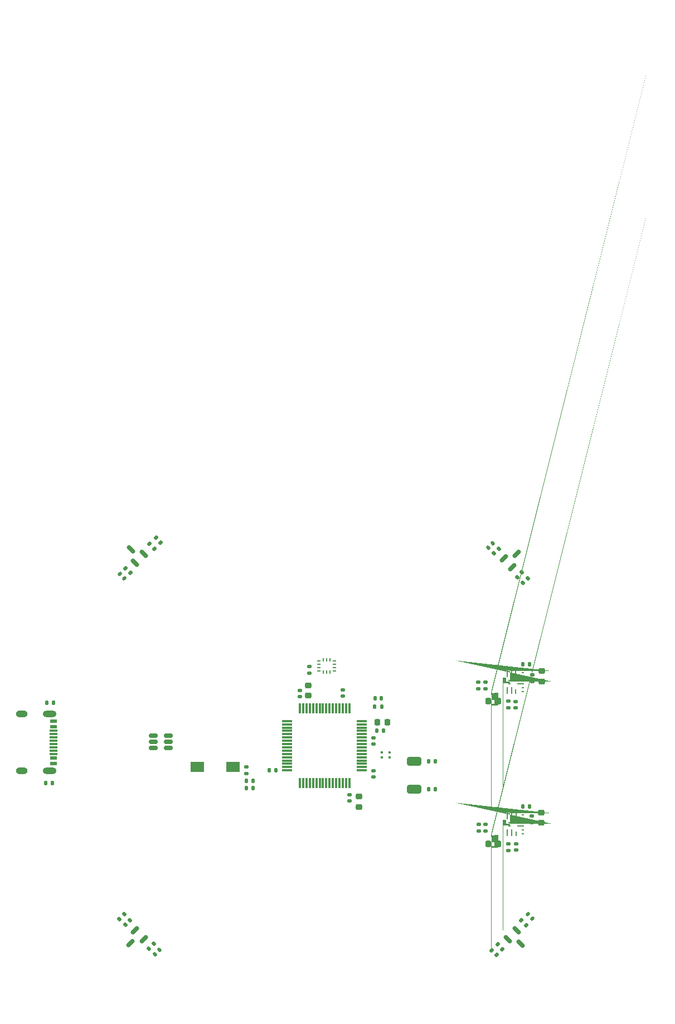
<source format=gbr>
%TF.GenerationSoftware,KiCad,Pcbnew,7.0.5-0*%
%TF.CreationDate,2025-05-09T23:22:14+02:00*%
%TF.ProjectId,ghost-feather-v1,67686f73-742d-4666-9561-746865722d76,rev?*%
%TF.SameCoordinates,PX519d8e0PY8b6d5c0*%
%TF.FileFunction,Paste,Top*%
%TF.FilePolarity,Positive*%
%FSLAX46Y46*%
G04 Gerber Fmt 4.6, Leading zero omitted, Abs format (unit mm)*
G04 Created by KiCad (PCBNEW 7.0.5-0) date 2025-05-09 23:22:14*
%MOMM*%
%LPD*%
G01*
G04 APERTURE LIST*
G04 Aperture macros list*
%AMRoundRect*
0 Rectangle with rounded corners*
0 $1 Rounding radius*
0 $2 $3 $4 $5 $6 $7 $8 $9 X,Y pos of 4 corners*
0 Add a 4 corners polygon primitive as box body*
4,1,4,$2,$3,$4,$5,$6,$7,$8,$9,$2,$3,0*
0 Add four circle primitives for the rounded corners*
1,1,$1+$1,$2,$3*
1,1,$1+$1,$4,$5*
1,1,$1+$1,$6,$7*
1,1,$1+$1,$8,$9*
0 Add four rect primitives between the rounded corners*
20,1,$1+$1,$2,$3,$4,$5,0*
20,1,$1+$1,$4,$5,$6,$7,0*
20,1,$1+$1,$6,$7,$8,$9,0*
20,1,$1+$1,$8,$9,$2,$3,0*%
%AMOutline5P*
0 Free polygon, 5 corners , with rotation*
0 The origin of the aperture is its center*
0 number of corners: always 5*
0 $1 to $10 corner X, Y*
0 $11 Rotation angle, in degrees counterclockwise*
0 create outline with 5 corners*
4,1,5,$1,$2,$3,$4,$5,$6,$7,$8,$9,$10,$1,$2,$11*%
%AMOutline6P*
0 Free polygon, 6 corners , with rotation*
0 The origin of the aperture is its center*
0 number of corners: always 6*
0 $1 to $12 corner X, Y*
0 $13 Rotation angle, in degrees counterclockwise*
0 create outline with 6 corners*
4,1,6,$1,$2,$3,$4,$5,$6,$7,$8,$9,$10,$11,$12,$1,$2,$13*%
%AMOutline7P*
0 Free polygon, 7 corners , with rotation*
0 The origin of the aperture is its center*
0 number of corners: always 7*
0 $1 to $14 corner X, Y*
0 $15 Rotation angle, in degrees counterclockwise*
0 create outline with 7 corners*
4,1,7,$1,$2,$3,$4,$5,$6,$7,$8,$9,$10,$11,$12,$13,$14,$1,$2,$15*%
%AMOutline8P*
0 Free polygon, 8 corners , with rotation*
0 The origin of the aperture is its center*
0 number of corners: always 8*
0 $1 to $16 corner X, Y*
0 $17 Rotation angle, in degrees counterclockwise*
0 create outline with 8 corners*
4,1,8,$1,$2,$3,$4,$5,$6,$7,$8,$9,$10,$11,$12,$13,$14,$15,$16,$1,$2,$17*%
%AMFreePoly0*
4,1,18,-0.400000,0.075000,-0.396194,0.094134,-0.385355,0.110355,-0.369134,0.121194,-0.350000,0.125000,0.287500,0.125000,0.400000,0.012500,0.400000,-0.075000,0.396194,-0.094134,0.385355,-0.110355,0.369134,-0.121194,0.350000,-0.125000,-0.350000,-0.125000,-0.369134,-0.121194,-0.385355,-0.110355,-0.396194,-0.094134,-0.400000,-0.075000,-0.400000,0.075000,-0.400000,0.075000,$1*%
%AMFreePoly1*
4,1,93,0.915063,0.095106,0.930902,0.095106,0.943715,0.085796,0.958779,0.080902,0.968088,0.068088,0.980902,0.058779,0.985796,0.043715,0.995106,0.030902,0.995106,0.015062,1.000000,0.000000,1.000000,-1.750000,0.995106,-1.765062,0.995106,-1.780902,0.985796,-1.793715,0.980902,-1.808779,0.968088,-1.818088,0.958779,-1.830902,0.943715,-1.835796,0.930902,-1.845106,0.915063,-1.845106,
0.900000,-1.850000,0.000000,-1.850000,-0.015063,-1.845106,-0.030902,-1.845106,-0.043715,-1.835796,-0.058779,-1.830902,-0.068088,-1.818088,-0.080902,-1.808779,-0.085796,-1.793715,-0.095106,-1.780902,-0.095106,-1.765062,-0.100000,-1.750000,-0.100000,-1.700000,-0.095106,-1.684937,-0.095106,-1.669098,-0.085796,-1.656284,-0.080902,-1.641221,-0.068088,-1.631911,-0.058779,-1.619098,-0.043715,-1.614203,
-0.030902,-1.604894,-0.015063,-1.604894,0.000000,-1.600000,0.400000,-1.600000,0.400000,-1.000000,0.000000,-1.000000,-0.015063,-0.995106,-0.030902,-0.995106,-0.043715,-0.985796,-0.058779,-0.980902,-0.068088,-0.968088,-0.080902,-0.958779,-0.085796,-0.943715,-0.095106,-0.930902,-0.095106,-0.915062,-0.100000,-0.900000,-0.100000,-0.850000,-0.095106,-0.834937,-0.095106,-0.819098,-0.085796,-0.806284,
-0.080902,-0.791221,-0.068088,-0.781911,-0.058779,-0.769098,-0.043715,-0.764203,-0.030902,-0.754894,-0.015063,-0.754894,0.000000,-0.750000,0.400000,-0.750000,0.400000,-0.150000,0.000000,-0.150000,-0.015063,-0.145106,-0.030902,-0.145106,-0.043715,-0.135796,-0.058779,-0.130902,-0.068088,-0.118088,-0.080902,-0.108779,-0.085796,-0.093715,-0.095106,-0.080902,-0.095106,-0.065062,-0.100000,-0.050000,
-0.100000,0.000000,-0.095106,0.015062,-0.095106,0.030902,-0.085796,0.043715,-0.080902,0.058779,-0.068088,0.068088,-0.058779,0.080902,-0.043715,0.085796,-0.030902,0.095106,-0.015063,0.095106,0.000000,0.100000,0.900000,0.100000,0.915063,0.095106,0.915063,0.095106,$1*%
G04 Aperture macros list end*
%ADD10RoundRect,0.135000X0.226274X0.035355X0.035355X0.226274X-0.226274X-0.035355X-0.035355X-0.226274X0*%
%ADD11RoundRect,0.135000X0.185000X-0.135000X0.185000X0.135000X-0.185000X0.135000X-0.185000X-0.135000X0*%
%ADD12RoundRect,0.135000X-0.226274X-0.035355X-0.035355X-0.226274X0.226274X0.035355X0.035355X0.226274X0*%
%ADD13RoundRect,0.135000X-0.185000X0.135000X-0.185000X-0.135000X0.185000X-0.135000X0.185000X0.135000X0*%
%ADD14RoundRect,0.135000X-0.035355X0.226274X-0.226274X0.035355X0.035355X-0.226274X0.226274X-0.035355X0*%
%ADD15RoundRect,0.147500X-0.172500X0.147500X-0.172500X-0.147500X0.172500X-0.147500X0.172500X0.147500X0*%
%ADD16RoundRect,0.140000X-0.170000X0.140000X-0.170000X-0.140000X0.170000X-0.140000X0.170000X0.140000X0*%
%ADD17FreePoly0,270.000000*%
%ADD18RoundRect,0.062500X-0.062500X0.487500X-0.062500X-0.487500X0.062500X-0.487500X0.062500X0.487500X0*%
%ADD19FreePoly1,270.000000*%
%ADD20FreePoly1,90.000000*%
%ADD21RoundRect,0.062500X-0.062500X0.287500X-0.062500X-0.287500X0.062500X-0.287500X0.062500X0.287500X0*%
%ADD22RoundRect,0.062500X-0.137500X0.062500X-0.137500X-0.062500X0.137500X-0.062500X0.137500X0.062500X0*%
%ADD23RoundRect,0.062500X-0.487500X0.062500X-0.487500X-0.062500X0.487500X-0.062500X0.487500X0.062500X0*%
%ADD24RoundRect,0.225000X0.250000X-0.225000X0.250000X0.225000X-0.250000X0.225000X-0.250000X-0.225000X0*%
%ADD25RoundRect,0.135000X0.135000X0.185000X-0.135000X0.185000X-0.135000X-0.185000X0.135000X-0.185000X0*%
%ADD26RoundRect,0.135000X0.035355X-0.226274X0.226274X-0.035355X-0.035355X0.226274X-0.226274X0.035355X0*%
%ADD27RoundRect,0.150000X0.521491X-0.309359X-0.309359X0.521491X-0.521491X0.309359X0.309359X-0.521491X0*%
%ADD28RoundRect,0.135000X-0.135000X-0.185000X0.135000X-0.185000X0.135000X0.185000X-0.135000X0.185000X0*%
%ADD29RoundRect,0.140000X0.140000X0.170000X-0.140000X0.170000X-0.140000X-0.170000X0.140000X-0.170000X0*%
%ADD30RoundRect,0.140000X-0.140000X-0.170000X0.140000X-0.170000X0.140000X0.170000X-0.140000X0.170000X0*%
%ADD31RoundRect,0.075000X0.700000X0.075000X-0.700000X0.075000X-0.700000X-0.075000X0.700000X-0.075000X0*%
%ADD32RoundRect,0.075000X0.075000X0.700000X-0.075000X0.700000X-0.075000X-0.700000X0.075000X-0.700000X0*%
%ADD33RoundRect,0.225000X-0.250000X0.225000X-0.250000X-0.225000X0.250000X-0.225000X0.250000X0.225000X0*%
%ADD34RoundRect,0.140000X0.170000X-0.140000X0.170000X0.140000X-0.170000X0.140000X-0.170000X-0.140000X0*%
%ADD35RoundRect,0.150000X-0.512500X-0.150000X0.512500X-0.150000X0.512500X0.150000X-0.512500X0.150000X0*%
%ADD36RoundRect,0.140000X0.021213X-0.219203X0.219203X-0.021213X-0.021213X0.219203X-0.219203X0.021213X0*%
%ADD37RoundRect,0.147500X-0.147500X-0.172500X0.147500X-0.172500X0.147500X0.172500X-0.147500X0.172500X0*%
%ADD38R,2.000000X1.600000*%
%ADD39RoundRect,0.150000X0.309359X0.521491X-0.521491X-0.309359X-0.309359X-0.521491X0.521491X0.309359X0*%
%ADD40RoundRect,0.225000X-0.225000X-0.250000X0.225000X-0.250000X0.225000X0.250000X-0.225000X0.250000X0*%
%ADD41RoundRect,0.225000X0.225000X0.250000X-0.225000X0.250000X-0.225000X-0.250000X0.225000X-0.250000X0*%
%ADD42RoundRect,0.140000X0.219203X0.021213X0.021213X0.219203X-0.219203X-0.021213X-0.021213X-0.219203X0*%
%ADD43R,0.482600X0.254000*%
%ADD44R,0.254000X0.482600*%
%ADD45RoundRect,0.140000X-0.021213X0.219203X-0.219203X0.021213X0.021213X-0.219203X0.219203X-0.021213X0*%
%ADD46RoundRect,0.150000X-0.309359X-0.521491X0.521491X0.309359X0.309359X0.521491X-0.521491X-0.309359X0*%
%ADD47RoundRect,0.325000X-0.775000X0.325000X-0.775000X-0.325000X0.775000X-0.325000X0.775000X0.325000X0*%
%ADD48Outline5P,-0.187500X0.175000X0.065000X0.175000X0.187500X0.052500X0.187500X-0.175000X-0.187500X-0.175000X0.000000*%
%ADD49R,0.300000X0.350000*%
%ADD50R,1.050000X0.600000*%
%ADD51R,1.150000X0.300000*%
%ADD52O,2.100000X1.000000*%
%ADD53O,1.800000X1.000000*%
%ADD54RoundRect,0.150000X-0.521491X0.309359X0.309359X-0.521491X0.521491X-0.309359X-0.309359X0.521491X0*%
%ADD55RoundRect,0.140000X-0.219203X-0.021213X-0.021213X-0.219203X0.219203X0.021213X0.021213X0.219203X0*%
G04 APERTURE END LIST*
D10*
%TO.C,R6*%
X32005754Y85149971D03*
X31284506Y85871219D03*
%TD*%
D11*
%TO.C,R21*%
X81350000Y62930000D03*
X81350000Y63950000D03*
%TD*%
D12*
%TO.C,R10*%
X83209376Y24160624D03*
X83930624Y23439376D03*
%TD*%
D13*
%TO.C,R27*%
X80315000Y42360000D03*
X80315000Y41340000D03*
%TD*%
D14*
%TO.C,R13*%
X27356810Y27815353D03*
X26635562Y27094105D03*
%TD*%
D15*
%TO.C,D3*%
X86005000Y39400000D03*
X86005000Y38430000D03*
%TD*%
D13*
%TO.C,R28*%
X84828000Y39436000D03*
X84828000Y38416000D03*
%TD*%
D10*
%TO.C,R7*%
X31053754Y84201971D03*
X30332506Y84923219D03*
%TD*%
D15*
%TO.C,D2*%
X85970000Y60995000D03*
X85970000Y60025000D03*
%TD*%
D16*
%TO.C,C7*%
X64345000Y50530000D03*
X64345000Y49570000D03*
%TD*%
%TO.C,C3*%
X60670000Y46855000D03*
X60670000Y45895000D03*
%TD*%
D17*
%TO.C,U4*%
X85970000Y65350000D03*
D18*
X85320000Y65200000D03*
X84670000Y65200000D03*
D19*
X84045000Y65650000D03*
D20*
X82295500Y62250000D03*
D18*
X84670000Y62700000D03*
X85320000Y62700000D03*
D21*
X85970000Y62500000D03*
D22*
X87020000Y62525000D03*
X87020000Y63125000D03*
D23*
X86670000Y63700000D03*
X86670000Y64200000D03*
D22*
X87020000Y64775000D03*
X87020000Y65375000D03*
X84995000Y64200000D03*
X84995000Y63700000D03*
%TD*%
D24*
%TO.C,C20*%
X89825000Y42605000D03*
X89825000Y44155000D03*
%TD*%
D25*
%TO.C,R17*%
X15580000Y48660000D03*
X14560000Y48660000D03*
%TD*%
%TO.C,R1*%
X46030000Y49000000D03*
X45010000Y49000000D03*
%TD*%
D26*
%TO.C,R4*%
X86153376Y79899376D03*
X86874624Y80620624D03*
%TD*%
D11*
%TO.C,R26*%
X81388000Y41336000D03*
X81388000Y42356000D03*
%TD*%
D27*
%TO.C,Q3*%
X28136291Y82075931D03*
X29479794Y83419434D03*
X27482217Y84073508D03*
%TD*%
D28*
%TO.C,R15*%
X64547500Y60260000D03*
X65567500Y60260000D03*
%TD*%
%TO.C,R25*%
X87048000Y45096000D03*
X88068000Y45096000D03*
%TD*%
D17*
%TO.C,U5*%
X86000000Y43770000D03*
D18*
X85350000Y43620000D03*
X84700000Y43620000D03*
D19*
X84075000Y44070000D03*
D20*
X82325500Y40670000D03*
D18*
X84700000Y41120000D03*
X85350000Y41120000D03*
D21*
X86000000Y40920000D03*
D22*
X87050000Y40945000D03*
X87050000Y41545000D03*
D23*
X86700000Y42120000D03*
X86700000Y42620000D03*
D22*
X87050000Y43195000D03*
X87050000Y43795000D03*
X85025000Y42620000D03*
X85025000Y42120000D03*
%TD*%
D29*
%TO.C,C4*%
X49500000Y50550000D03*
X48540000Y50550000D03*
%TD*%
D30*
%TO.C,C10*%
X45050000Y47850000D03*
X46010000Y47850000D03*
%TD*%
D12*
%TO.C,R9*%
X82309376Y23260624D03*
X83030624Y22539376D03*
%TD*%
D31*
%TO.C,U1*%
X62595000Y50550000D03*
X62595000Y51050000D03*
X62595000Y51550000D03*
X62595000Y52050000D03*
X62595000Y52550000D03*
X62595000Y53050000D03*
X62595000Y53550000D03*
X62595000Y54050000D03*
X62595000Y54550000D03*
X62595000Y55050000D03*
X62595000Y55550000D03*
X62595000Y56050000D03*
X62595000Y56550000D03*
X62595000Y57050000D03*
X62595000Y57550000D03*
X62595000Y58050000D03*
D32*
X60670000Y59975000D03*
X60170000Y59975000D03*
X59670000Y59975000D03*
X59170000Y59975000D03*
X58670000Y59975000D03*
X58170000Y59975000D03*
X57670000Y59975000D03*
X57170000Y59975000D03*
X56670000Y59975000D03*
X56170000Y59975000D03*
X55670000Y59975000D03*
X55170000Y59975000D03*
X54670000Y59975000D03*
X54170000Y59975000D03*
X53670000Y59975000D03*
X53170000Y59975000D03*
D31*
X51245000Y58050000D03*
X51245000Y57550000D03*
X51245000Y57050000D03*
X51245000Y56550000D03*
X51245000Y56050000D03*
X51245000Y55550000D03*
X51245000Y55050000D03*
X51245000Y54550000D03*
X51245000Y54050000D03*
X51245000Y53550000D03*
X51245000Y53050000D03*
X51245000Y52550000D03*
X51245000Y52050000D03*
X51245000Y51550000D03*
X51245000Y51050000D03*
X51245000Y50550000D03*
D32*
X53170000Y48625000D03*
X53670000Y48625000D03*
X54170000Y48625000D03*
X54670000Y48625000D03*
X55170000Y48625000D03*
X55670000Y48625000D03*
X56170000Y48625000D03*
X56670000Y48625000D03*
X57170000Y48625000D03*
X57670000Y48625000D03*
X58170000Y48625000D03*
X58670000Y48625000D03*
X59170000Y48625000D03*
X59670000Y48625000D03*
X60170000Y48625000D03*
X60670000Y48625000D03*
%TD*%
D26*
%TO.C,R14*%
X30235562Y23494105D03*
X30956810Y24215353D03*
%TD*%
D13*
%TO.C,R22*%
X80250000Y63960000D03*
X80250000Y62940000D03*
%TD*%
D14*
%TO.C,R12*%
X26456810Y28715353D03*
X25735562Y27994105D03*
%TD*%
D33*
%TO.C,C8*%
X62170000Y46575000D03*
X62170000Y45025000D03*
%TD*%
D34*
%TO.C,C9*%
X64320000Y54520000D03*
X64320000Y55480000D03*
%TD*%
D11*
%TO.C,R2*%
X45030000Y50080000D03*
X45030000Y51100000D03*
%TD*%
D13*
%TO.C,R24*%
X88365000Y43626000D03*
X88365000Y42606000D03*
%TD*%
D35*
%TO.C,U3*%
X30882500Y55850000D03*
X30882500Y54900000D03*
X30882500Y53950000D03*
X33157500Y53950000D03*
X33157500Y54900000D03*
X33157500Y55850000D03*
%TD*%
D34*
%TO.C,C5*%
X53170000Y61720000D03*
X53170000Y62680000D03*
%TD*%
D13*
%TO.C,R19*%
X88450000Y65090000D03*
X88450000Y64070000D03*
%TD*%
D36*
%TO.C,C14*%
X81774589Y84378589D03*
X82453411Y85057411D03*
%TD*%
D29*
%TO.C,C11*%
X73700000Y47700000D03*
X72740000Y47700000D03*
%TD*%
D34*
%TO.C,C6*%
X59670000Y61795000D03*
X59670000Y62755000D03*
%TD*%
D25*
%TO.C,R18*%
X15730000Y60856000D03*
X14710000Y60856000D03*
%TD*%
D26*
%TO.C,R3*%
X87053376Y78999376D03*
X87774624Y79720624D03*
%TD*%
D12*
%TO.C,R8*%
X26698506Y81249719D03*
X27419754Y80528471D03*
%TD*%
D37*
%TO.C,D1*%
X64572500Y61530000D03*
X65542500Y61530000D03*
%TD*%
D38*
%TO.C,SW2*%
X42970000Y51100000D03*
X37570000Y51100000D03*
%TD*%
D10*
%TO.C,R11*%
X87530624Y27039376D03*
X86809376Y27760624D03*
%TD*%
D39*
%TO.C,Q1*%
X29430850Y24945890D03*
X28087347Y26289393D03*
X27433273Y24291816D03*
%TD*%
D40*
%TO.C,C2*%
X64920000Y57825000D03*
X66470000Y57825000D03*
%TD*%
D14*
%TO.C,R5*%
X83374624Y84220624D03*
X82653376Y83499376D03*
%TD*%
D41*
%TO.C,C19*%
X83305000Y61050000D03*
X81755000Y61050000D03*
%TD*%
%TO.C,C21*%
X83323000Y39436000D03*
X81773000Y39436000D03*
%TD*%
D13*
%TO.C,R23*%
X84810000Y61040000D03*
X84810000Y60020000D03*
%TD*%
D42*
%TO.C,C15*%
X26484541Y79671184D03*
X25805719Y80350006D03*
%TD*%
D43*
%TO.C,U2*%
X58426500Y65649999D03*
X58426500Y66150000D03*
X58426500Y66650000D03*
X58426500Y67150001D03*
D44*
X57719999Y67352500D03*
X57220000Y67352500D03*
X56720001Y67352500D03*
D43*
X56013500Y67150001D03*
X56013500Y66650000D03*
X56013500Y66150000D03*
X56013500Y65649999D03*
D44*
X56720001Y65447500D03*
X57220000Y65447500D03*
X57719999Y65447500D03*
%TD*%
D30*
%TO.C,C1*%
X64865000Y56550000D03*
X65825000Y56550000D03*
%TD*%
D45*
%TO.C,C17*%
X31835597Y23294140D03*
X31156775Y22615318D03*
%TD*%
D24*
%TO.C,C13*%
X54460000Y61935000D03*
X54460000Y63485000D03*
%TD*%
D46*
%TO.C,Q4*%
X84114000Y82760000D03*
X85457503Y81416497D03*
X86111577Y83414074D03*
%TD*%
D11*
%TO.C,R16*%
X54620000Y65290000D03*
X54620000Y66310000D03*
%TD*%
D47*
%TO.C,X2*%
X70520000Y51907199D03*
X70520000Y47707199D03*
%TD*%
D29*
%TO.C,C12*%
X73700000Y51952199D03*
X72740000Y51952199D03*
%TD*%
D48*
%TO.C,X1*%
X66782500Y53300000D03*
D49*
X65620000Y53300000D03*
X65620000Y52550000D03*
X66820000Y52550000D03*
%TD*%
D50*
%TO.C,J2*%
X15760000Y58000000D03*
X15760000Y57200000D03*
D51*
X15710000Y56050000D03*
X15710000Y55050000D03*
X15710000Y54550000D03*
X15710000Y53550000D03*
D50*
X15760000Y52400000D03*
X15760000Y51600000D03*
X15760000Y51600000D03*
X15760000Y52400000D03*
D51*
X15710000Y53050000D03*
X15710000Y54050000D03*
X15710000Y55550000D03*
X15710000Y56550000D03*
D50*
X15760000Y57200000D03*
X15760000Y58000000D03*
D52*
X15135000Y59120000D03*
D53*
X10955000Y59120000D03*
D52*
X15135000Y50480000D03*
D53*
X10955000Y50480000D03*
%TD*%
D54*
%TO.C,Q2*%
X86078839Y26234664D03*
X84735336Y24891161D03*
X86732913Y24237087D03*
%TD*%
D55*
%TO.C,C16*%
X87830589Y28739411D03*
X88509411Y28060589D03*
%TD*%
D24*
%TO.C,C18*%
X89880000Y64075000D03*
X89880000Y65625000D03*
%TD*%
D28*
%TO.C,R20*%
X87030000Y66690000D03*
X88050000Y66690000D03*
%TD*%
M02*

</source>
